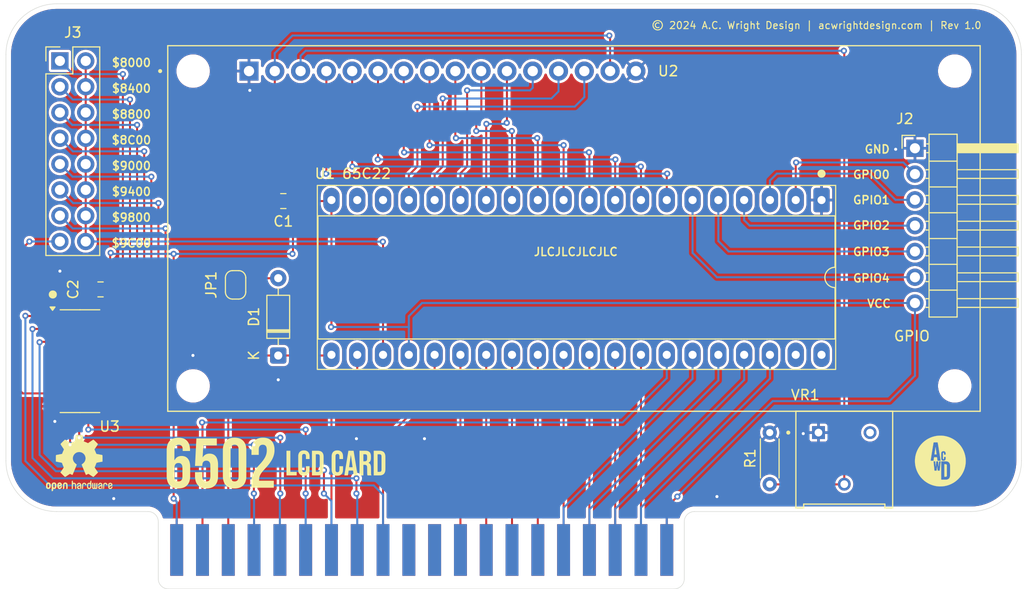
<source format=kicad_pcb>
(kicad_pcb (version 20241229) (generator "pcbnew") (generator_version "9.0")
  (title_block (title "6502 LCD Card") (date "2024-06-12") (rev "1.0") (company "A.C. Wright Design"))
  (layers (0 "F.Cu" signal) (2 "B.Cu" signal) (13 "F.Paste" user) (15 "B.Paste" user) (5 "F.SilkS" user "F.Silkscreen") (7 "B.SilkS" user "B.Silkscreen") (1 "F.Mask" user) (3 "B.Mask" user) (25 "Edge.Cuts" user))
  (net 0 "")
  (net 1 "GND")
  (net 2 "VCC")
  (net 3 "IRQB")
  (net 4 "Net-(D1-K)")
  (net 5 "D2")
  (net 6 "A2")
  (net 7 "RESB")
  (net 8 "A1")
  (net 9 "RWB")
  (net 10 "A15")
  (net 11 "D0")
  (net 12 "A12")
  (net 13 "A0")
  (net 14 "A11")
  (net 15 "D1")
  (net 16 "PHI2")
  (net 17 "D5")
  (net 18 "A14")
  (net 19 "A3")
  (net 20 "D7")
  (net 21 "A13")
  (net 22 "A10")
  (net 23 "D4")
  (net 24 "D3")
  (net 25 "D6")
  (net 26 "CSB")
  (net 27 "GPIO3")
  (net 28 "GPIO2")
  (net 29 "GPIO4")
  (net 30 "/$8400")
  (net 31 "/$9800")
  (net 32 "/$9400")
  (net 33 "/$8C00")
  (net 34 "/$9000")
  (net 35 "/$8800")
  (net 36 "/$8000")
  (net 37 "/$9C00")
  (net 38 "GPIO0")
  (net 39 "GPIO1")
  (net 41 "Net-(U2-VO)")
  (net 42 "DB2")
  (net 43 "DB5")
  (net 44 "DB4")
  (net 45 "RS")
  (net 46 "DB0")
  (net 47 "DB3")
  (net 49 "DB1")
  (net 50 "E")
  (net 52 "DB7")
  (net 53 "DB6")
  (net 56 "R{slash}W")
  (footprint "6502 Parts:LCD-16X2" (layer "F.Cu") (at 156.52 92.5)
    (property "Reference" "U2")
    (property "Value" "LCD-16X2" (hide yes))
  )
  (footprint "Diode_THT:D_DO-35_SOD27_P7.62mm_Horizontal" (layer "F.Cu") (at 127.4 105.01 90)
    (property "Reference" "D1")
    (property "Value" "D_Schottky" (hide yes))
  )
  (footprint "6502 Parts:3386F-1-103LF" (layer "F.Cu") (at 183.14 115.255)
    (property "Reference" "VR1")
    (property "Value" "10k" (hide yes))
  )
  (footprint "Resistor_THT:R_Axial_DIN0204_L3.6mm_D1.6mm_P5.08mm_Horizontal" (layer "F.Cu") (at 175.8 117.68 90)
    (property "Reference" "R1")
    (property "Value" "R" (hide yes))
  )
  (footprint "A.C. Wright Logo:A.C. Wright Logo 5mm" (layer "F.Cu") (at 192.6 115.4)
    (property "Reference" "G***" (hide yes))
    (property "Value" "LOGO" (hide yes))
  )
  (footprint "Jumper:SolderJumper-2_P1.3mm_Open_RoundedPad1.0x1.5mm" (layer "F.Cu") (at 123.2 98.05 90)
    (property "Reference" "JP1")
    (property "Value" "SolderJumper_2_Bridged" (hide yes))
  )
  (footprint "Package_SO:SOIC-16_3.9x9.9mm_P1.27mm" (layer "F.Cu") (at 107.875 105.565)
    (property "Reference" "U3")
    (property "Value" "74HC138" (hide yes))
  )
  (footprint "Package_DIP:DIP-40_W15.24mm_Socket_LongPads" (layer "F.Cu") (at 180.9 89.7 -90)
    (property "Reference" "U1")
    (property "Value" "65C22")
  )
  (footprint "Connector_PinHeader_2.54mm:PinHeader_2x08_P2.54mm_Vertical" (layer "F.Cu") (at 105.9 76)
    (property "Reference" "J3")
    (property "Value" "Conn_02x08_Odd_Even" (hide yes))
  )
  (footprint "Capacitor_SMD:C_0805_2012Metric" (layer "F.Cu") (at 109.9 98.5 180)
    (property "Reference" "C2")
    (property "Value" "100nF" (hide yes))
  )
  (footprint "Symbol:OSHW-Logo2_7.3x6mm_SilkScreen" (layer "F.Cu") (at 107.8 115.6)
    (property "Reference" "REF**" (hide yes))
    (property "Value" "OSHW-Logo2_7.3x6mm_SilkScreen" (hide yes))
  )
  (footprint "6502 Parts:6502 Card Edge" (layer "F.Cu") (at 117.4 126.7)
    (property "Reference" "J1" (hide yes))
    (property "Value" "6502 Card Edge" (hide yes))
  )
  (footprint "6502 Logos:6502 LCD Card Logo 5mm" (layer "F.Cu") (at 131.4 115.6)
    (property "Reference" "G***" (hide yes))
    (property "Value" "LOGO" (hide yes))
  )
  (footprint "Connector_PinHeader_2.54mm:PinHeader_1x07_P2.54mm_Horizontal" (layer "F.Cu") (at 190.1 84.6)
    (property "Reference" "J2")
    (property "Value" "GPIO")
  )
  (footprint "Capacitor_SMD:C_0805_2012Metric" (layer "F.Cu") (at 127.9 89.8)
    (property "Reference" "C1")
    (property "Value" "100nF" (hide yes))
  )
  (gr_circle (center 105.2 99) (end 105.4 99) (stroke (width 0.4)) (fill no) (layer "F.SilkS"))
  (gr_circle (center 180.9 87.1) (end 181.1 87.1) (stroke (width 0.4)) (fill no) (layer "F.SilkS"))
  (gr_arc (start 167.3841 121.3746) (mid 167.676993 120.667493) (end 168.3841 120.3746) (stroke (width 0.05)) (layer "Edge.Cuts"))
  (gr_line (start 200.5841 115.3746) (end 200.5841 75.3746) (stroke (width 0.05)) (layer "Edge.Cuts"))
  (gr_arc (start 105.5841 120.3746) (mid 102.048566 118.910134) (end 100.5841 115.3746) (stroke (width 0.05)) (layer "Edge.Cuts"))
  (gr_line (start 105.5841 120.3746) (end 114.5841 120.3746) (stroke (width 0.05)) (layer "Edge.Cuts"))
  (gr_line (start 168.3841 120.3746) (end 195.5841 120.3746) (stroke (width 0.05)) (layer "Edge.Cuts"))
  (gr_line (start 195.5841 70.3746) (end 105.5841 70.3746) (stroke (width 0.05)) (layer "Edge.Cuts"))
  (gr_arc (start 114.5841 120.3746) (mid 115.291207 120.667493) (end 115.5841 121.3746) (stroke (width 0.05)) (layer "Edge.Cuts"))
  (gr_line (start 167.3841 126.9946) (end 167.3841 121.3746) (stroke (width 0.05)) (layer "Edge.Cuts"))
  (gr_arc (start 200.5841 115.3746) (mid 199.119634 118.910134) (end 195.5841 120.3746) (stroke (width 0.05)) (layer "Edge.Cuts"))
  (gr_arc (start 100.5841 75.3746) (mid 102.048566 71.839066) (end 105.5841 70.3746) (stroke (width 0.05)) (layer "Edge.Cuts"))
  (gr_line (start 116.5841 127.9946) (end 166.3841 127.9946) (stroke (width 0.05)) (layer "Edge.Cuts"))
  (gr_line (start 100.5841 75.3746) (end 100.5841 115.3746) (stroke (width 0.05)) (layer "Edge.Cuts"))
  (gr_arc (start 116.5841 127.9946) (mid 115.876993 127.701707) (end 115.5841 126.9946) (stroke (width 0.05)) (layer "Edge.Cuts"))
  (gr_arc (start 167.3841 126.9946) (mid 167.091207 127.701707) (end 166.3841 127.9946) (stroke (width 0.05)) (layer "Edge.Cuts"))
  (gr_arc (start 195.5841 70.3746) (mid 199.119634 71.839066) (end 200.5841 75.3746) (stroke (width 0.05)) (layer "Edge.Cuts"))
  (gr_line (start 115.5841 121.3746) (end 115.5841 126.9946) (stroke (width 0.05)) (layer "Edge.Cuts"))
  (gr_text "© 2024 A.C. Wright Design | acwrightdesign.com | Rev 1.0" (at 180.4 72.5 0) (layer "F.SilkS") (effects (font (size 0.7 0.7) (thickness 0.1))))
  (gr_text "$9000" (at 112.94 86.34 0) (layer "F.SilkS") (effects (font (size 0.8 0.8))))
  (gr_text "VCC" (at 187.8 99.9 0) (layer "F.SilkS") (effects (font (size 0.8 0.8)) (justify right)))
  (gr_text "$9800" (at 112.94 91.42 0) (layer "F.SilkS") (effects (font (size 0.8 0.8))))
  (gr_text "$9400" (at 112.94 88.88 0) (layer "F.SilkS") (effects (font (size 0.8 0.8))))
  (gr_text "JLCJLCJLCJLC" (at 156.7 94.8 0) (layer "F.SilkS") (effects (font (size 0.8 0.8))))
  (gr_text "$8400" (at 112.94 78.72 0) (layer "F.SilkS") (effects (font (size 0.8 0.8))))
  (gr_text "GPIO4" (at 187.7 97.4 0) (layer "F.SilkS") (effects (font (size 0.8 0.8)) (justify right)))
  (gr_text "GPIO1" (at 187.7 89.7 0) (layer "F.SilkS") (effects (font (size 0.8 0.8)) (justify right)))
  (gr_text "$8800" (at 112.94 81.26 0) (layer "F.SilkS") (effects (font (size 0.8 0.8))))
  (gr_text "GND" (at 187.7 84.7 0) (layer "F.SilkS") (effects (font (size 0.8 0.8)) (justify right)))
  (gr_text "GPIO2" (at 187.7 92.2 0) (layer "F.SilkS") (effects (font (size 0.8 0.8)) (justify right)))
  (gr_text "$8C00" (at 112.94 83.8 0) (layer "F.SilkS") (effects (font (size 0.8 0.8))))
  (gr_text "GPIO3" (at 187.7 94.8 0) (layer "F.SilkS") (effects (font (size 0.8 0.8)) (justify right)))
  (gr_text "$8000" (at 112.94 76.18 0) (layer "F.SilkS") (effects (font (size 0.8 0.8))))
  (gr_text "$9C00" (at 112.94 93.96 0) (layer "F.SilkS") (effects (font (size 0.8 0.8))))
  (gr_text "GPIO0" (at 187.7 87.2 0) (layer "F.SilkS") (effects (font (size 0.8 0.8)) (justify right)))
  (segment (start 117.4 124.16) (end 117.4 121.3) (width 0.2) (layer "F.Cu") (net 1))
  (segment (start 117.4 121.3) (end 117.4 119.9) (width 0.2) (layer "F.Cu") (net 1))
  (via (at 124.6 78.9) (size 0.6) (drill 0.3) (layers "F.Cu" "B.Cu") (net 1))
  (via (at 141.8 113.2) (size 0.6) (drill 0.3) (layers "F.Cu" "B.Cu") (net 1))
  (via (at 179.1 112.7) (size 0.6) (drill 0.3) (layers "F.Cu" "B.Cu") (net 1))
  (via (at 135.1 113.2) (size 0.6) (drill 0.3) (layers "F.Cu" "B.Cu") (net 1))
  (via (at 127.4 107.4) (size 0.6) (drill 0.3) (layers "F.Cu" "B.Cu") (net 1))
  (via (at 188.2 84.7) (size 0.6) (drill 0.3) (layers "F.Cu" "B.Cu") (net 1))
  (via (at 105.4 111.5) (size 0.6) (drill 0.3) (layers "F.Cu" "B.Cu") (net 1))
  (via (at 170.6 118.9) (size 0.6) (drill 0.3) (layers "F.Cu" "B.Cu") (net 1))
  (via (at 105.9 96.7) (size 0.6) (drill 0.3) (layers "F.Cu" "B.Cu") (net 1))
  (via (at 111.2 119.1) (size 0.6) (drill 0.3) (layers "F.Cu" "B.Cu") (net 1))
  (via (at 119 105) (size 0.6) (drill 0.3) (layers "F.Cu" "B.Cu") (net 1))
  (segment (start 165.66 124.16) (end 165.66 119.94) (width 0.2) (layer "B.Cu") (net 1))
  (segment (start 165.66 119.94) (end 165.66 124.16) (width 0.2) (layer "F.Cu") (net 2))
  (segment (start 110.85 98.5) (end 110.85 99.75) (width 0.2) (layer "F.Cu") (net 2))
  (segment (start 110.85 99.75) (end 110.35 100.25) (width 0.2) (layer "F.Cu") (net 2))
  (segment (start 128.85 84.45) (end 128.85 89.8) (width 0.2) (layer "F.Cu") (net 2))
  (segment (start 128.85 89.8) (end 132.54 89.8) (width 0.2) (layer "F.Cu") (net 2))
  (segment (start 160.08 77) (end 160.08 73.58) (width 0.2) (layer "F.Cu") (net 2))
  (segment (start 166.7 118.9) (end 165.66 119.94) (width 0.2) (layer "F.Cu") (net 2))
  (segment (start 117.1 119.1) (end 117.1 95) (width 0.2) (layer "F.Cu") (net 2))
  (segment (start 132.64 89.7) (end 132.64 102.16) (width 0.2) (layer "F.Cu") (net 2))
  (segment (start 110.9 94.9) (end 110.85 94.95) (width 0.2) (layer "F.Cu") (net 2))
  (segment (start 128.85 94.95) (end 128.8 95) (width 0.2) (layer "F.Cu") (net 2))
  (segment (start 127.06 82.66) (end 128.85 84.45) (width 0.2) (layer "F.Cu") (net 2))
  (segment (start 160.08 73.58) (end 160 73.5) (width 0.2) (layer "F.Cu") (net 2))
  (segment (start 132.54 89.8) (end 132.64 89.7) (width 0.2) (layer "F.Cu") (net 2))
  (segment (start 127.06 77) (end 127.06 82.66) (width 0.2) (layer "F.Cu") (net 2))
  (segment (start 128.85 89.8) (end 128.85 94.95) (width 0.2) (layer "F.Cu") (net 2))
  (segment (start 110.85 94.95) (end 110.85 98.5) (width 0.2) (layer "F.Cu") (net 2))
  (segment (start 132.64 102.16) (end 132.6 102.2) (width 0.2) (layer "F.Cu") (net 2))
  (segment (start 110.35 100.25) (end 110.35 101.12) (width 0.2) (layer "F.Cu") (net 2))
  (via (at 117.1 95) (size 0.6) (drill 0.3) (layers "F.Cu" "B.Cu") (net 2))
  (via (at 110.9 94.9) (size 0.6) (drill 0.3) (layers "F.Cu" "B.Cu") (net 2))
  (via (at 117.1 119.1) (size 0.6) (drill 0.3) (layers "F.Cu" "B.Cu") (net 2))
  (via (at 132.6 102.2) (size 0.6) (drill 0.3) (layers "F.Cu" "B.Cu") (net 2))
  (via (at 160 73.5) (size 0.6) (drill 0.3) (layers "F.Cu" "B.Cu") (net 2))
  (via (at 166.7 118.9) (size 0.6) (drill 0.3) (layers "F.Cu" "B.Cu") (net 2))
  (via (at 128.8 95) (size 0.6) (drill 0.3) (layers "F.Cu" "B.Cu") (net 2))
  (segment (start 160 73.5) (end 128.8 73.5) (width 0.2) (layer "B.Cu") (net 2))
  (segment (start 111 95) (end 110.9 94.9) (width 0.2) (layer "B.Cu") (net 2))
  (segment (start 117.1 95) (end 111 95) (width 0.2) (layer "B.Cu") (net 2))
  (segment (start 117.4 119.4) (end 117.1 119.1) (width 0.2) (layer "B.Cu") (net 2))
  (segment (start 141.56 99.84) (end 190.1 99.84) (width 0.2) (layer "B.Cu") (net 2))
  (segment (start 140.26 101.14) (end 141.56 99.84) (width 0.2) (layer "B.Cu") (net 2))
  (segment (start 166.7 118.9) (end 176.1 109.5) (width 0.2) (layer "B.Cu") (net 2))
  (segment (start 128.8 95) (end 117.1 95) (width 0.2) (layer "B.Cu") (net 2))
  (segment (start 132.6 102.2) (end 140.26 102.2) (width 0.2) (layer "B.Cu") (net 2))
  (segment (start 127.06 75.24) (end 127.06 77) (width 0.2) (layer "B.Cu") (net 2))
  (segment (start 176.1 109.5) (end 187.6 109.5) (width 0.2) (layer "B.Cu") (net 2))
  (segment (start 140.26 104.94) (end 140.26 101.14) (width 0.2) (layer "B.Cu") (net 2))
  (segment (start 117.4 124.16) (end 117.4 119.4) (width 0.2) (layer "B.Cu") (net 2))
  (segment (start 128.8 73.5) (end 127.06 75.24) (width 0.2) (layer "B.Cu") (net 2))
  (segment (start 187.6 109.5) (end 190.1 107) (width 0.2) (layer "B.Cu") (net 2))
  (segment (start 190.1 107) (end 190.1 99.84) (width 0.2) (layer "B.Cu") (net 2))
  (segment (start 127.39 97.4) (end 127.4 97.39) (width 0.2) (layer "F.Cu") (net 3))
  (segment (start 120.9 98) (end 121.5 97.4) (width 0.2) (layer "F.Cu") (net 3))
  (segment (start 123.2 97.4) (end 127.39 97.4) (width 0.2) (layer "F.Cu") (net 3))
  (segment (start 121.5 97.4) (end 123.2 97.4) (width 0.2) (layer "F.Cu") (net 3))
  (segment (start 120.9 104.5) (end 120.9 98) (width 0.2) (layer "F.Cu") (net 3))
  (segment (start 122.48 124.16) (end 122.48 106.08) (width 0.2) (layer "F.Cu") (net 3))
  (segment (start 122.48 106.08) (end 120.9 104.5) (width 0.2) (layer "F.Cu") (net 3))
  (segment (start 132.57 105.01) (end 132.64 104.94) (width 0.2) (layer "F.Cu") (net 4))
  (segment (start 123.2 104.4) (end 123.81 105.01) (width 0.2) (layer "F.Cu") (net 4))
  (segment (start 123.81 105.01) (end 127.4 105.01) (width 0.2) (layer "F.Cu") (net 4))
  (segment (start 127.4 105.01) (end 132.57 105.01) (width 0.2) (layer "F.Cu") (net 4))
  (segment (start 123.2 98.7) (end 123.2 104.4) (width 0.2) (layer "F.Cu") (net 4))
  (segment (start 158.04 104.94) (end 158.04 124.16) (width 0.2) (layer "F.Cu") (net 5))
  (segment (start 158.04 120.16) (end 170.74 107.46) (width 0.2) (layer "B.Cu") (net 6))
  (segment (start 170.74 107.46) (end 170.74 104.94) (width 0.2) (layer "B.Cu") (net 6))
  (segment (start 158.04 124.16) (end 158.04 120.16) (width 0.2) (layer "B.Cu") (net 6))
  (segment (start 119.9 111.6) (end 119.94 111.64) (width 0.2) (layer "F.Cu") (net 7))
  (segment (start 119.94 111.64) (end 119.94 124.16) (width 0.2) (layer "F.Cu") (net 7))
  (via (at 119.9 111.6) (size 0.6) (drill 0.3) (layers "F.Cu" "B.Cu") (net 7))
  (segment (start 165.66 107.24) (end 165.66 104.94) (width 0.2) (layer "B.Cu") (net 7))
  (segment (start 161.3 111.6) (end 165.66 107.24) (width 0.2) (layer "B.Cu") (net 7))
  (segment (start 119.9 111.6) (end 161.3 111.6) (width 0.2) (layer "B.Cu") (net 7))
  (segment (start 160.58 120.12) (end 173.28 107.42) (width 0.2) (layer "B.Cu") (net 8))
  (segment (start 173.28 107.42) (end 173.28 104.94) (width 0.2) (layer "B.Cu") (net 8))
  (segment (start 160.58 124.16) (end 160.58 120.12) (width 0.2) (layer "B.Cu") (net 8))
  (segment (start 135.18 107.72) (end 132.64 110.26) (width 0.2) (layer "F.Cu") (net 9))
  (segment (start 135.18 104.94) (end 135.18 107.72) (width 0.2) (layer "F.Cu") (net 9))
  (segment (start 132.64 110.26) (end 132.64 124.16) (width 0.2) (layer "F.Cu") (net 9))
  (segment (start 105.4 107.47) (end 106.77 107.47) (width 0.2) (layer "F.Cu") (net 10))
  (segment (start 106.9 107.6) (end 106.9 107.9) (width 0.2) (layer "F.Cu") (net 10))
  (segment (start 106.9 107.9) (end 106.9 113.8) (width 0.2) (layer "F.Cu") (net 10))
  (segment (start 106.9 113.8) (end 106.9 114) (width 0.2) (layer "F.Cu") (net 10))
  (segment (start 106.77 107.47) (end 106.9 107.6) (width 0.2) (layer "F.Cu") (net 10))
  (segment (start 125 113.8) (end 125 118.6) (width 0.2) (layer "F.Cu") (net 10))
  (via (at 125 118.6) (size 0.6) (drill 0.3) (layers "F.Cu" "B.Cu") (net 10))
  (via (at 125 113.8) (size 0.6) (drill 0.3) (layers "F.Cu" "B.Cu") (net 10))
  (via (at 106.9 113.8) (size 0.6) (drill 0.3) (layers "F.Cu" "B.Cu") (net 10))
  (segment (start 107 113.8) (end 125 113.8) (width 0.2) (layer "B.Cu") (net 10))
  (segment (start 125.02 118.62) (end 125.02 124.16) (width 0.2) (layer "B.Cu") (net 10))
  (segment (start 106.9 113.8) (end 107 113.8) (width 0.2) (layer "B.Cu") (net 10))
  (segment (start 125 118.6) (end 125.02 118.62) (width 0.2) (layer "B.Cu") (net 10))
  (segment (start 163.12 104.94) (end 163.12 124.16) (width 0.2) (layer "F.Cu") (net 11))
  (segment (start 131.9 116.3) (end 131.9 118.6) (width 0.2) (layer "F.Cu") (net 12))
  (segment (start 103.94 103.66) (end 103.9 103.7) (width 0.2) (layer "F.Cu") (net 12))
  (segment (start 105.4 103.66) (end 103.94 103.66) (width 0.2) (layer "F.Cu") (net 12))
  (via (at 131.9 116.3) (size 0.6) (drill 0.3) (layers "F.Cu" "B.Cu") (net 12))
  (via (at 131.9 118.6) (size 0.6) (drill 0.3) (layers "F.Cu" "B.Cu") (net 12))
  (via (at 103.9 103.7) (size 0.6) (drill 0.3) (layers "F.Cu" "B.Cu") (net 12))
  (segment (start 103.9 114.8) (end 105.5 116.4) (width 0.2) (layer "B.Cu") (net 12))
  (segment (start 131.9 118.6) (end 132.64 119.34) (width 0.2) (layer "B.Cu") (net 12))
  (segment (start 132.64 119.34) (end 132.64 124.16) (width 0.2) (layer "B.Cu") (net 12))
  (segment (start 105.5 116.4) (end 131.8 116.4) (width 0.2) (layer "B.Cu") (net 12))
  (segment (start 103.9 103.7) (end 103.9 114.8) (width 0.2) (layer "B.Cu") (net 12))
  (segment (start 131.8 116.4) (end 131.9 116.3) (width 0.2) (layer "B.Cu") (net 12))
  (segment (start 163.12 124.16) (end 163.12 119.98) (width 0.2) (layer "B.Cu") (net 13))
  (segment (start 175.82 107.28) (end 175.82 104.94) (width 0.2) (layer "B.Cu") (net 13))
  (segment (start 163.12 119.98) (end 175.82 107.28) (width 0.2) (layer "B.Cu") (net 13))
  (segment (start 103.21 102.39) (end 103.2 102.4) (width 0.2) (layer "F.Cu") (net 14))
  (segment (start 135.1 117.1) (end 135.1 118.6) (width 0.2) (layer "F.Cu") (net 14))
  (segment (start 105.4 102.39) (end 103.21 102.39) (width 0.2) (layer "F.Cu") (net 14))
  (via (at 135.1 117.1) (size 0.6) (drill 0.3) (layers "F.Cu" "B.Cu") (net 14))
  (via (at 103.2 102.4) (size 0.6) (drill 0.3) (layers "F.Cu" "B.Cu") (net 14))
  (via (at 135.1 118.6) (size 0.6) (drill 0.3) (layers "F.Cu" "B.Cu") (net 14))
  (segment (start 135.1 118.8) (end 135.18 118.88) (width 0.2) (layer "B.Cu") (net 14))
  (segment (start 103.2 102.8) (end 103.2 109.2) (width 0.2) (layer "B.Cu") (net 14))
  (segment (start 103.2 115.1) (end 105.1 117) (width 0.2) (layer "B.Cu") (net 14))
  (segment (start 103.2 102.4) (end 103.2 102.8) (width 0.2) (layer "B.Cu") (net 14))
  (segment (start 105.1 117) (end 105.2 117.1) (width 0.2) (layer "B.Cu") (net 14))
  (segment (start 105.2 117.1) (end 106.9 117.1) (width 0.2) (layer "B.Cu") (net 14))
  (segment (start 103.2 109.2) (end 103.2 115.1) (width 0.2) (layer "B.Cu") (net 14))
  (segment (start 135.18 118.88) (end 135.18 124.16) (width 0.2) (layer "B.Cu") (net 14))
  (segment (start 106.9 117.1) (end 135.1 117.1) (width 0.2) (layer "B.Cu") (net 14))
  (segment (start 135.1 118.6) (end 135.1 118.8) (width 0.2) (layer "B.Cu") (net 14))
  (segment (start 160.58 104.94) (end 160.58 124.16) (width 0.2) (layer "F.Cu") (net 15))
  (segment (start 142.8 104.94) (end 142.8 108.4) (width 0.2) (layer "F.Cu") (net 16))
  (segment (start 142.8 108.4) (end 137.72 113.48) (width 0.2) (layer "F.Cu") (net 16))
  (segment (start 137.72 113.48) (end 137.72 124.16) (width 0.2) (layer "F.Cu") (net 16))
  (segment (start 150.42 104.94) (end 150.42 124.16) (width 0.2) (layer "F.Cu") (net 17))
  (segment (start 107.4 106.2) (end 107.8 106.6) (width 0.2) (layer "F.Cu") (net 18))
  (segment (start 107.8 106.9) (end 107.8 112.4) (width 0.2) (layer "F.Cu") (net 18))
  (segment (start 107.8 112.6) (end 107.8 113.1) (width 0.2) (layer "F.Cu") (net 18))
  (segment (start 107.8 112.4) (end 107.8 112.6) (width 0.2) (layer "F.Cu") (net 18))
  (segment (start 127.6 113.1) (end 127.6 118.6) (width 0.2) (layer "F.Cu") (net 18))
  (segment (start 107.8 106.6) (end 107.8 106.9) (width 0.2) (layer "F.Cu") (net 18))
  (segment (start 105.4 106.2) (end 107.4 106.2) (width 0.2) (layer "F.Cu") (net 18))
  (via (at 107.8 113.1) (size 0.6) (drill 0.3) (layers "F.Cu" "B.Cu") (net 18))
  (via (at 127.6 113.1) (size 0.6) (drill 0.3) (layers "F.Cu" "B.Cu") (net 18))
  (via (at 127.6 118.6) (size 0.6) (drill 0.3) (layers "F.Cu" "B.Cu") (net 18))
  (segment (start 127.56 118.64) (end 127.56 124.16) (width 0.2) (layer "B.Cu") (net 18))
  (segment (start 127.6 118.6) (end 127.56 118.64) (width 0.2) (layer "B.Cu") (net 18))
  (segment (start 107.8 113.1) (end 127.6 113.1) (width 0.2) (layer "B.Cu") (net 18))
  (segment (start 168.2 107.3) (end 168.2 104.94) (width 0.2) (layer "B.Cu") (net 19))
  (segment (start 155.5 124.16) (end 155.5 120) (width 0.2) (layer "B.Cu") (net 19))
  (segment (start 155.5 120) (end 168.2 107.3) (width 0.2) (layer "B.Cu") (net 19))
  (segment (start 145.34 104.94) (end 145.34 124.16) (width 0.2) (layer "F.Cu") (net 20))
  (segment (start 108.7 106.2) (end 108.7 112.3) (width 0.2) (layer "F.Cu") (net 21))
  (segment (start 108.2 105) (end 108.7 105.5) (width 0.2) (layer "F.Cu") (net 21))
  (segment (start 130.1 112.3) (end 130.1 118.6) (width 0.2) (layer "F.Cu") (net 21))
  (segment (start 108.13 104.93) (end 108.2 105) (width 0.2) (layer "F.Cu") (net 21))
  (segment (start 105.4 104.93) (end 108.13 104.93) (width 0.2) (layer "F.Cu") (net 21))
  (segment (start 108.7 105.5) (end 108.7 106.2) (width 0.2) (layer "F.Cu") (net 21))
  (via (at 108.7 112.3) (size 0.6) (drill 0.3) (layers "F.Cu" "B.Cu") (net 21))
  (via (at 130.1 112.3) (size 0.6) (drill 0.3) (layers "F.Cu" "B.Cu") (net 21))
  (via (at 130.1 118.6) (size 0.6) (drill 0.3) (layers "F.Cu" "B.Cu") (net 21))
  (segment (start 108.7 112.3) (end 130.1 112.3) (width 0.2) (layer "B.Cu") (net 21))
  (segment (start 130.1 118.6) (end 130.1 124.16) (width 0.2) (layer "B.Cu") (net 21))
  (segment (start 102.52 101.12) (end 102.5 101.1) (width 0.2) (layer "F.Cu") (net 22))
  (segment (start 105.4 101.12) (end 102.52 101.12) (width 0.2) (layer "F.Cu") (net 22))
  (via (at 102.5 101.1) (size 0.6) (drill 0.3) (layers "F.Cu" "B.Cu") (net 22))
  (segment (start 102.5 101.1) (end 102.5 115.4) (width 0.2) (layer "B.Cu") (net 22))
  (segment (start 104.9 117.8) (end 136.8 117.8) (width 0.2) (layer "B.Cu") (net 22))
  (segment (start 102.5 115.4) (end 104.9 117.8) (width 0.2) (layer "B.Cu") (net 22))
  (segment (start 136.8 117.8) (end 137.72 118.72) (width 0.2) (layer "B.Cu") (net 22))
  (segment (start 137.72 118.72) (end 137.72 124.16) (width 0.2) (layer "B.Cu") (net 22))
  (segment (start 152.96 104.94) (end 152.96 124.16) (width 0.2) (layer "F.Cu") (net 23))
  (segment (start 155.5 104.94) (end 155.5 124.16) (width 0.2) (layer "F.Cu") (net 24))
  (segment (start 147.88 104.94) (end 147.88 124.16) (width 0.2) (layer "F.Cu") (net 25))
  (segment (start 137.72 93.82) (end 137.7 93.8) (width 0.2) (layer "F.Cu") (net 26))
  (segment (start 137.72 104.94) (end 137.72 93.82) (width 0.2) (layer "F.Cu") (net 26))
  (segment (start 108.44 76) (end 108.44 93.78) (width 0.2) (layer "F.Cu") (net 26))
  (via (at 137.7 93.8) (size 0.6) (drill 0.3) (layers "F.Cu" "B.Cu") (net 26))
  (segment (start 137.7 93.8) (end 136.9 93.8) (width 0.2) (layer "B.Cu") (net 26))
  (segment (start 136.88 93.78) (end 108.44 93.78) (width 0.2) (layer "B.Cu") (net 26))
  (segment (start 136.9 93.8) (end 136.88 93.78) (width 0.2) (layer "B.Cu") (net 26))
  (segment (start 171.76 94.76) (end 170.74 93.74) (width 0.2) (layer "B.Cu") (net 27))
  (segment (start 170.74 93.74) (end 170.74 89.7) (width 0.2) (layer "B.Cu") (net 27))
  (segment (start 190.1 94.76) (end 171.76 94.76) (width 0.2) (layer "B.Cu") (net 27))
  (segment (start 190.1 92.22) (end 173.82 92.22) (width 0.2) (layer "B.Cu") (net 28))
  (segment (start 173.82 92.22) (end 173.28 91.68) (width 0.2) (layer "B.Cu") (net 28))
  (segment (start 173.28 91.68) (end 173.28 89.7) (width 0.2) (layer "B.Cu") (net 28))
  (segment (start 190.1 97.3) (end 170.6 97.3) (width 0.2) (layer "B.Cu") (net 29))
  (segment (start 170.6 97.3) (end 168.2 94.9) (width 0.2) (layer "B.Cu") (net 29))
  (segment (start 168.2 94.9) (end 168.2 89.7) (width 0.2) (layer "B.Cu") (net 29))
  (segment (start 112.24 103.66) (end 110.35 103.66) (width 0.2) (layer "F.Cu") (net 30))
  (segment (start 112.8 103.1) (end 112.24 103.66) (width 0.2) (layer "F.Cu") (net 30))
  (segment (start 112.8 79.8) (end 112.8 103.1) (width 0.2) (layer "F.Cu") (net 30))
  (via (at 112.8 79.8) (size 0.6) (drill 0.3) (layers "F.Cu" "B.Cu") (net 30))
  (segment (start 109.1 79.8) (end 112.8 79.8) (width 0.2) (layer "B.Cu") (net 30))
  (segment (start 105.9 78.54) (end 107.16 79.8) (width 0.2) (layer "B.Cu") (net 30))
  (segment (start 107.16 79.8) (end 109.1 79.8) (width 0.2) (layer "B.Cu") (net 30))
  (segment (start 115.59 110.01) (end 110.35 110.01) (width 0.2) (layer "F.Cu") (net 31))
  (segment (start 116.3 92.5) (end 116.3 109.3) (width 0.2) (layer "F.Cu") (net 31))
  (segment (start 116.3 109.3) (end 115.59 110.01) (width 0.2) (layer "F.Cu") (net 31))
  (via (at 116.3 92.5) (size 0.6) (drill 0.3) (layers "F.Cu" "B.Cu") (net 31))
  (segment (start 105.9 91.24) (end 107.16 92.5) (width 0.2) (layer "B.Cu") (net 31))
  (segment (start 108.1 92.5) (end 108.4 92.5) (width 0.2) (layer "B.Cu") (net 31))
  (segment (start 107.16 92.5) (end 108.1 92.5) (width 0.2) (layer "B.Cu") (net 31))
  (segment (start 108.4 92.5) (end 116.3 92.5) (width 0.2) (layer "B.Cu") (net 31))
  (segment (start 114.96 108.74) (end 110.35 108.74) (width 0.2) (layer "F.Cu") (net 32))
  (segment (start 115.6 90) (end 115.6 108.1) (width 0.2) (layer "F.Cu") (net 32))
  (segment (start 115.6 108.1) (end 114.96 108.74) (width 0.2) (layer "F.Cu") (net 32))
  (via (at 115.6 90) (size 0.6) (drill 0.3) (layers "F.Cu" "B.Cu") (net 32))
  (segment (start 107.2 90) (end 107.6 90) (width 0.2) (layer "B.Cu") (net 32))
  (segment (start 105.9 88.7) (end 107.2 90) (width 0.2) (layer "B.Cu") (net 32))
  (segment (start 107.6 90) (end 115.6 90) (width 0.2) (layer "B.Cu") (net 32))
  (segment (start 114.2 84.9) (end 114.2 105.6) (width 0.2) (layer "F.Cu") (net 33))
  (segment (start 113.6 106.2) (end 110.35 106.2) (width 0.2) (layer "F.Cu") (net 33))
  (segment (start 114.2 105.6) (end 113.6 106.2) (width 0.2) (layer "F.Cu") (net 33))
  (via (at 114.2 84.9) (size 0.6) (drill 0.3) (layers "F.Cu" "B.Cu") (net 33))
  (segment (start 107.6 84.9) (end 107.9 84.9) (width 0.2) (layer "B.Cu") (net 33))
  (segment (start 107.18 84.9) (end 107.6 84.9) (width 0.2) (layer "B.Cu") (net 33))
  (segment (start 107.9 84.9) (end 114.2 84.9) (width 0.2) (layer "B.Cu") (net 33))
  (segment (start 105.9 83.62) (end 107.18 84.9) (width 0.2) (layer "B.Cu") (net 33))
  (segment (start 114.43 107.47) (end 110.35 107.47) (width 0.2) (layer "F.Cu") (net 34))
  (segment (start 114.9 87.4) (end 114.9 107) (width 0.2) (layer "F.Cu") (net 34))
  (segment (start 114.9 107) (end 114.43 107.47) (width 0.2) (layer "F.Cu") (net 34))
  (via (at 114.9 87.4) (size 0.6) (drill 0.3) (layers "F.Cu" "B.Cu") (net 34))
  (segment (start 107.14 87.4) (end 107.5 87.4) (width 0.2) (layer "B.Cu") (net 34))
  (segment (start 105.9 86.16) (end 107.14 87.4) (width 0.2) (layer "B.Cu") (net 34))
  (segment (start 107.5 87.4) (end 107.8 87.4) (width 0.2) (layer "B.Cu") (net 34))
  (segment (start 107.8 87.4) (end 114.9 87.4) (width 0.2) (layer "B.Cu") (net 34))
  (segment (start 113.5 104.3) (end 112.87 104.93) (width 0.2) (layer "F.Cu") (net 35))
  (segment (start 113.5 82.3) (end 113.5 104.3) (width 0.2) (layer "F.Cu") (net 35))
  (segment (start 112.87 104.93) (end 110.35 104.93) (width 0.2) (layer "F.Cu") (net 35))
  (via (at 113.5 82.3) (size 0.6) (drill 0.3) (layers "F.Cu" "B.Cu") (net 35))
  (segment (start 105.9 81.08) (end 107.12 82.3) (width 0.2) (layer "B.Cu") (net 35))
  (segment (start 107.12 82.3) (end 108.5 82.3) (width 0.2) (layer "B.Cu") (net 35))
  (segment (start 108.5 82.3) (end 113.5 82.3) (width 0.2) (layer "B.Cu") (net 35))
  (segment (start 112.1 102) (end 111.71 102.39) (width 0.2) (layer "F.Cu") (net 36))
  (segment (start 111.71 102.39) (end 110.35 102.39) (width 0.2) (layer "F.Cu") (net 36))
  (segment (start 112.1 77.3) (end 112.1 102) (width 0.2) (layer "F.Cu") (net 36))
  (via (at 112.1 77.3) (size 0.6) (drill 0.3) (layers "F.Cu" "B.Cu") (net 36))
  (segment (start 105.9 76) (end 107.2 77.3) (width 0.2) (layer "B.Cu") (net 36))
  (segment (start 107.2 77.3) (end 112.1 77.3) (width 0.2) (layer "B.Cu") (net 36))
  (segment (start 101.7 108.2) (end 102.24 108.74) (width 0.2) (layer "F.Cu") (net 37))
  (segment (start 102.9 93.78) (end 101.7 94.98) (width 0.2) (layer "F.Cu") (net 37))
  (segment (start 101.7 94.98) (end 101.7 108.2) (width 0.2) (layer "F.Cu") (net 37))
  (segment (start 102.24 108.74) (end 105.4 108.74) (width 0.2) (layer "F.Cu") (net 37))
  (via (at 102.9 93.78) (size 0.6) (drill 0.3) (layers "F.Cu" "B.Cu") (net 37))
  (segment (start 102.9 93.78) (end 105.9 93.78) (width 0.2) (layer "B.Cu") (net 37))
  (segment (start 178.36 86.04) (end 178.4 86) (width 0.2) (layer "F.Cu") (net 38))
  (segment (start 178.36 89.7) (end 178.36 86.04) (width 0.2) (layer "F.Cu") (net 38))
  (via (at 178.4 86) (size 0.6) (drill 0.3) (layers "F.Cu" "B.Cu") (net 38))
  (segment (start 178.4 86) (end 188.96 86) (width 0.2) (layer "B.Cu") (net 38))
  (segment (start 188.96 86) (end 190.1 87.14) (width 0.2) (layer "B.Cu") (net 38))
  (segment (start 190.1 89.68) (end 188.18 89.68) (width 0.2) (layer "B.Cu") (net 39))
  (segment (start 188.18 89.68) (end 185.6 87.1) (width 0.2) (layer "B.Cu") (net 39))
  (segment (start 175.82 87.78) (end 175.82 89.7) (width 0.2) (layer "B.Cu") (net 39))
  (segment (start 185.6 87.1) (end 176.5 87.1) (width 0.2) (layer "B.Cu") (net 39))
  (segment (start 176.5 87.1) (end 175.82 87.78) (width 0.2) (layer "B.Cu") (net 39))
  (segment (start 175.82 117.7) (end 175.8 117.68) (width 0.2) (layer "F.Cu") (net 41))
  (segment (start 183.1 75) (end 183.14 75.04) (width 0.2) (layer "F.Cu") (net 41))
  (segment (start 183.14 75.04) (end 183.14 117.7) (width 0.2) (layer "F.Cu") (net 41))
  (segment (start 183.14 117.7) (end 175.82 117.7) (width 0.2) (layer "F.Cu") (net 41))
  (via (at 183.1 75) (size 0.6) (drill 0.3) (layers "F.Cu" "B.Cu") (net 41))
  (segment (start 183.1 75) (end 130.1 75) (width 0.2) (layer "B.Cu") (net 41))
  (segment (start 130.1 75) (end 129.6 75.5) (width 0.2) (layer "B.Cu") (net 41))
  (segment (start 129.6 75.5) (end 129.6 77) (width 0.2) (layer "B.Cu") (net 41))
  (segment (start 152.96 83.66) (end 152.9 83.6) (width 0.2) (layer "F.Cu") (net 42))
  (segment (start 152.96 89.7) (end 152.96 83.66) (width 0.2) (layer "F.Cu") (net 42))
  (segment (start 144.84 83.54) (end 144.84 77) (width 0.2) (layer "F.Cu") (net 42))
  (segment (start 144.9 83.6) (end 144.84 83.54) (width 0.2) (layer "F.Cu") (net 42))
  (via (at 152.9 83.6) (size 0.6) (drill 0.3) (layers "F.Cu" "B.Cu") (net 42))
  (via (at 144.9 83.6) (size 0.6) (drill 0.3) (layers "F.Cu" "B.Cu") (net 42))
  (segment (start 152.9 83.6) (end 145.5 83.6) (width 0.2) (layer "B.Cu") (net 42))
  (segment (start 145.5 83.6) (end 144.9 83.6) (width 0.2) (layer "B.Cu") (net 42))
  (segment (start 145.34 89.7) (end 145.34 87.06) (width 0.2) (layer "F.Cu") (net 43))
  (segment (start 146 86.4) (end 146 78.9) (width 0.2) (layer "F.Cu") (net 43))
  (segment (start 145.34 87.06) (end 146 86.4) (width 0.2) (layer "F.Cu") (net 43))
  (via (at 146 78.9) (size 0.6) (drill 0.3) (layers "F.Cu" "B.Cu") (net 43))
  (segment (start 152.2 78.9) (end 152.46 78.64) (width 0.2) (layer "B.Cu") (net 43))
  (segment (start 152.46 78.64) (end 152.46 77) (width 0.2) (layer "B.Cu") (net 43))
  (segment (start 146 78.9) (end 152.2 78.9) (width 0.2) (layer "B.Cu") (net 43))
  (segment (start 149.92 82.08) (end 149.92 77) (width 0.2) (layer "F.Cu") (net 44))
  (segment (start 147.88 82.22) (end 147.9 82.2) (width 0.2) (layer "F.Cu") (net 44))
  (segment (start 147.88 89.7) (end 147.88 82.22) (width 0.2) (layer "F.Cu") (net 44))
  (segment (start 149.9 82.1) (end 149.92 82.08) (width 0.2) (layer "F.Cu") (net 44))
  (via (at 149.9 82.1) (size 0.6) (drill 0.3) (layers "F.Cu" "B.Cu") (net 44))
  (via (at 147.9 82.2) (size 0.6) (drill 0.3) (layers "F.Cu" "B.Cu") (net 44))
  (segment (start 149.8 82.2) (end 149.9 82.1) (width 0.2) (layer "B.Cu") (net 44))
  (segment (start 147.9 82.2) (end 149.8 82.2) (width 0.2) (layer "B.Cu") (net 44))
  (segment (start 165.66 87.14) (end 165.7 87.1) (width 0.2) (layer "F.Cu") (net 45))
  (segment (start 165.66 89.7) (end 165.66 87.14) (width 0.2) (layer "F.Cu") (net 45))
  (segment (start 132.14 87.06) (end 132.14 77) (width 0.2) (layer "F.Cu") (net 45))
  (segment (start 132.1 87.1) (end 132.14 87.06) (width 0.2) (layer "F.Cu") (net 45))
  (via (at 165.7 87.1) (size 0.6) (drill 0.3) (layers "F.Cu" "B.Cu") (net 45))
  (via (at 132.1 87.1) (size 0.6) (drill 0.3) (layers "F.Cu" "B.Cu") (net 45))
  (segment (start 165.7 87.1) (end 134 87.1) (width 0.2) (layer "B.Cu") (net 45))
  (segment (start 133.88 87.1) (end 132.1 87.1) (width 0.2) (layer "B.Cu") (net 45))
  (segment (start 134 87.1) (end 133.88 87.1) (width 0.2) (layer "B.Cu") (net 45))
  (segment (start 139.76 84.96) (end 139.76 77) (width 0.2) (layer "F.Cu") (net 46))
  (segment (start 158.04 85.04) (end 158 85) (width 0.2) (layer "F.Cu") (net 46))
  (segment (start 158.04 89.7) (end 158.04 85.04) (width 0.2) (layer "F.Cu") (net 46))
  (segment (start 139.8 85) (end 139.76 84.96) (width 0.2) (layer "F.Cu") (net 46))
  (via (at 139.8 85) (size 0.6) (drill 0.3) (layers "F.Cu" "B.Cu") (net 46))
  (via (at 158 85) (size 0.6) (drill 0.3) (layers "F.Cu" "B.Cu") (net 46))
  (segment (start 158 85) (end 141.3 85) (width 0.2) (layer "B.Cu") (net 46))
  (segment (start 141.3 85) (end 139.8 85) (width 0.2) (layer "B.Cu") (net 46))
  (segment (start 146.9 82.9) (end 146.9 82.2) (width 0.2) (layer "F.Cu") (net 47))
  (segment (start 146.9 82.2) (end 147.4 81.7) (width 0.2) (layer "F.Cu") (net 47))
  (segment (start 147.4 77.02) (end 147.38 77) (width 0.2) (layer "F.Cu") (net 47))
  (segment (start 147.4 81.7) (end 147.4 77.02) (width 0.2) (layer "F.Cu") (net 47))
  (segment (start 150.42 89.7) (end 150.42 82.92) (width 0.2) (layer "F.Cu") (net 47))
  (segment (start 150.42 82.92) (end 150.4 82.9) (width 0.2) (layer "F.Cu") (net 47))
  (via (at 146.9 82.9) (size 0.6) (drill 0.3) (layers "F.Cu" "B.Cu") (net 47))
  (via (at 150.4 82.9) (size 0.6) (drill 0.3) (layers "F.Cu" "B.Cu") (net 47))
  (segment (start 147.9 82.9) (end 146.9 82.9) (width 0.2) (layer "B.Cu") (net 47))
  (segment (start 148.1 82.9) (end 147.9 82.9) (width 0.2) (layer "B.Cu") (net 47))
  (segment (start 150.4 82.9) (end 148.1 82.9) (width 0.2) (layer "B.Cu") (net 47))
  (segment (start 155.5 89.7) (end 155.5 84.3) (width 0.2) (layer "F.Cu") (net 49))
  (segment (start 142.3 84.3) (end 142.3 77) (width 0.2) (layer "F.Cu") (net 49))
  (via (at 155.5 84.3) (size 0.6) (drill 0.3) (layers "F.Cu" "B.Cu") (net 49))
  (via (at 142.3 84.3) (size 0.6) (drill 0.3) (layers "F.Cu" "B.Cu") (net 49))
  (segment (start 143.2 84.3) (end 143.1 84.3) (width 0.2) (layer "B.Cu") (net 49))
  (segment (start 143.1 84.3) (end 142.3 84.3) (width 0.2) (layer "B.Cu") (net 49))
  (segment (start 155.5 84.3) (end 143.2 84.3) (width 0.2) (layer "B.Cu") (net 49))
  (segment (start 137.2 85.7) (end 137.22 85.68) (width 0.2) (layer "F.Cu") (net 50))
  (segment (start 160.58 89.7) (end 160.58 85.72) (width 0.2) (layer "F.Cu") (net 50))
  (segment (start 160.58 85.72) (end 160.6 85.7) (width 0.2) (layer "F.Cu") (net 50))
  (segment (start 137.22 85.68) (end 137.22 77) (width 0.2) (layer "F.Cu") (net 50))
  (via (at 160.6 85.7) (size 0.6) (drill 0.3) (layers "F.Cu" "B.Cu") (net 50))
  (via (at 137.2 85.7) (size 0.6) (drill 0.3) (layers "F.Cu" "B.Cu") (net 50))
  (segment (start 138.7 85.7) (end 137.2 85.7) (width 0.2) (layer "B.Cu") (net 50))
  (segment (start 160.6 85.7) (end 138.7 85.7) (width 0.2) (layer "B.Cu") (net 50))
  (segment (start 141.1 86.4) (end 141.1 86.1) (width 0.2) (layer "F.Cu") (net 52))
  (segment (start 140.26 89.7) (end 140.26 87.24) (width 0.2) (layer "F.Cu") (net 52))
  (segment (start 141.1 86.1) (end 141.1 80.5) (width 0.2) (layer "F.Cu") (net 52))
  (segment (start 140.26 87.24) (end 141.1 86.4) (width 0.2) (layer "F.Cu") (net 52))
  (via (at 141.1 80.5) (size 0.6) (drill 0.3) (layers "F.Cu" "B.Cu") (net 52))
  (segment (start 141.1 80.5) (end 156.6 80.5) (width 0.2) (layer "B.Cu") (net 52))
  (segment (start 157.54 79.56) (end 157.54 77) (width 0.2) (layer "B.Cu") (net 52))
  (segment (start 156.6 80.5) (end 157.54 79.56) (width 0.2) (layer "B.Cu") (net 52))
  (segment (start 142.8 89.7) (end 142.8 87.2) (width 0.2) (layer "F.Cu") (net 53))
  (segment (start 143.6 86.4) (end 143.6 79.7) (width 0.2) (layer "F.Cu") (net 53))
  (segment (start 142.8 87.2) (end 143.6 86.4) (width 0.2) (layer "F.Cu") (net 53))
  (via (at 143.6 79.7) (size 0.6) (drill 0.3) (layers "F.Cu" "B.Cu") (net 53))
  (segment (start 154.3 79.7) (end 155 79) (width 0.2) (layer "B.Cu") (net 53))
  (segment (start 155 79) (end 155 77) (width 0.2) (layer "B.Cu") (net 53))
  (segment (start 143.6 79.7) (end 154.3 79.7) (width 0.2) (layer "B.Cu") (net 53))
  (segment (start 134.68 86.38) (end 134.68 77) (width 0.2) (layer "F.Cu") (net 56))
  (segment (start 163.12 89.7) (end 163.12 86.42) (width 0.2) (layer "F.Cu") (net 56))
  (segment (start 163.12 86.42) (end 163.1 86.4) (width 0.2) (layer "F.Cu") (net 56))
  (segment (start 134.7 86.4) (end 134.68 86.38) (width 0.2) (layer "F.Cu") (net 56))
  (via (at 163.1 86.4) (size 0.6) (drill 0.3) (layers "F.Cu" "B.Cu") (net 56))
  (via (at 134.7 86.4) (size 0.6) (drill 0.3) (layers "F.Cu" "B.Cu") (net 56))
  (segment (start 136.2 86.4) (end 134.7 86.4) (width 0.2) (layer "B.Cu") (net 56))
  (segment (start 163.1 86.4) (end 136.2 86.4) (width 0.2) (layer "B.Cu") (net 56))
  (zone (net 1) (net_name "GND") (layer "F.Cu") (connect_pads (clearance 0.254)) (min_thickness 0.254) (fill yes (thermal_gap 0.254) (thermal_bridge_width 0.254))
    (polygon (pts (xy 200.838 121.054) (xy 100 121.054) (xy 100 70) (xy 200.838 70)))
  )
  (zone (net 1) (net_name "GND") (layer "B.Cu") (connect_pads (clearance 0.254)) (min_thickness 0.254) (fill yes (thermal_gap 0.254) (thermal_bridge_width 0.254))
    (polygon (pts (xy 200.838 121.054) (xy 100 121.054) (xy 100 70) (xy 200.838 70)))
  )
)
</source>
